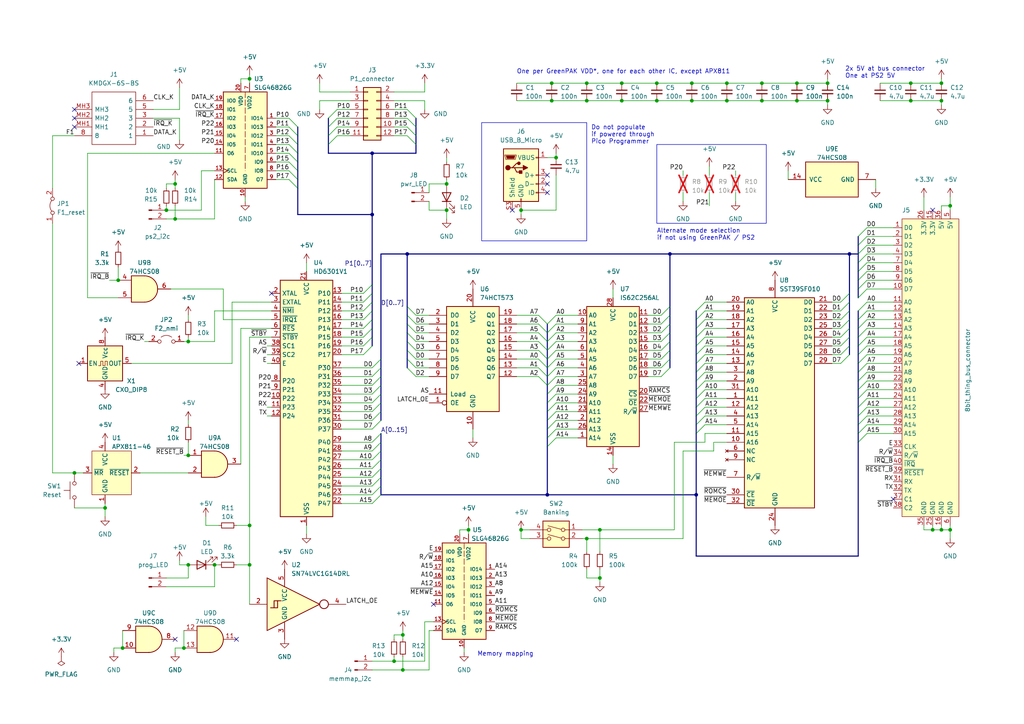
<source format=kicad_sch>
(kicad_sch (version 20230121) (generator eeschema)
  (paper "A4")
  (junction (at 200.66 29.21))
  (junction (at 231.14 24.13))
  (junction (at 107.95 44.45))
  (junction (at 275.59 59.69))
  (junction (at 273.05 24.13))
  (junction (at 158.75 143.51))
  (junction (at 220.98 29.21))
  (junction (at 116.84 194.31))
  (junction (at 160.02 24.13))
  (junction (at 240.03 29.21))
  (junction (at 264.16 24.13))
  (junction (at 170.18 24.13))
  (junction (at 35.56 187.96))
  (junction (at 48.26 60.96))
  (junction (at 194.31 73.66))
  (junction (at 54.61 163.83))
  (junction (at 50.8 63.5))
  (junction (at 180.34 29.21))
  (junction (at 275.59 153.67))
  (junction (at 53.34 187.96))
  (junction (at 118.11 73.66))
  (junction (at 170.18 156.21))
  (junction (at 190.5 24.13))
  (junction (at 107.95 62.23))
  (junction (at 161.29 45.72))
  (junction (at 151.13 60.96))
  (junction (at 34.29 81.28))
  (junction (at 129.54 53.34))
  (junction (at 273.05 153.67))
  (junction (at 135.89 153.67))
  (junction (at 116.84 184.15))
  (junction (at 246.38 73.66))
  (junction (at 210.82 24.13))
  (junction (at 220.98 24.13))
  (junction (at 173.99 167.64))
  (junction (at 180.34 24.13))
  (junction (at 50.8 53.34))
  (junction (at 270.51 153.67))
  (junction (at 231.14 29.21))
  (junction (at 190.5 29.21))
  (junction (at 173.99 153.67))
  (junction (at 54.61 99.06))
  (junction (at 72.39 22.86))
  (junction (at 114.3 191.77))
  (junction (at 170.18 29.21))
  (junction (at 72.39 163.83))
  (junction (at 160.02 29.21))
  (junction (at 273.05 29.21))
  (junction (at 151.13 153.67))
  (junction (at 72.39 152.4))
  (junction (at 210.82 29.21))
  (junction (at 62.23 163.83))
  (junction (at 200.66 24.13))
  (junction (at 129.54 60.96))
  (junction (at 21.59 137.16))
  (junction (at 264.16 29.21))
  (junction (at 30.48 147.32))
  (junction (at 240.03 24.13))
  (junction (at 54.61 132.08))
  (junction (at 201.93 143.51))
  (no_connect (at 259.08 144.78))
  (no_connect (at 158.75 50.8))
  (no_connect (at 158.75 55.88))
  (no_connect (at 125.73 175.26))
  (no_connect (at 21.59 36.83))
  (no_connect (at 158.75 53.34))
  (no_connect (at 22.86 105.41))
  (no_connect (at 68.58 185.42))
  (no_connect (at 78.74 85.09))
  (no_connect (at 148.59 60.96))
  (no_connect (at 270.51 60.96))
  (no_connect (at 21.59 34.29))
  (no_connect (at 50.8 185.42))
  (no_connect (at 21.59 31.75))
  (bus_entry (at 156.21 106.68) (size 2.54 2.54))
  (bus_entry (at 251.46 90.17) (size -2.54 2.54))
  (bus_entry (at 251.46 125.73) (size -2.54 2.54))
  (bus_entry (at 201.93 107.95) (size 2.54 -2.54))
  (bus_entry (at 251.46 102.87) (size -2.54 2.54))
  (bus_entry (at 107.95 143.51) (size 2.54 -2.54))
  (bus_entry (at 107.95 82.55) (size -2.54 2.54))
  (bus_entry (at 86.36 41.91) (size -2.54 -2.54))
  (bus_entry (at 86.36 54.61) (size -2.54 -2.54))
  (bus_entry (at 95.25 39.37) (size 2.54 -2.54))
  (bus_entry (at 161.29 114.3) (size -2.54 2.54))
  (bus_entry (at 194.31 101.6) (size -2.54 2.54))
  (bus_entry (at 158.75 111.76) (size -2.54 -2.54))
  (bus_entry (at 161.29 93.98) (size -2.54 2.54))
  (bus_entry (at 248.92 68.58) (size 2.54 -2.54))
  (bus_entry (at 251.46 118.11) (size -2.54 2.54))
  (bus_entry (at 251.46 92.71) (size -2.54 2.54))
  (bus_entry (at 204.47 113.03) (size -2.54 2.54))
  (bus_entry (at 95.25 34.29) (size 2.54 -2.54))
  (bus_entry (at 118.11 96.52) (size 2.54 2.54))
  (bus_entry (at 194.31 93.98) (size -2.54 2.54))
  (bus_entry (at 248.92 86.36) (size 2.54 -2.54))
  (bus_entry (at 204.47 87.63) (size -2.54 2.54))
  (bus_entry (at 110.49 121.92) (size -2.54 2.54))
  (bus_entry (at 204.47 95.25) (size -2.54 2.54))
  (bus_entry (at 246.38 87.63) (size -2.54 2.54))
  (bus_entry (at 110.49 111.76) (size -2.54 2.54))
  (bus_entry (at 156.21 99.06) (size 2.54 2.54))
  (bus_entry (at 118.11 88.9) (size 2.54 2.54))
  (bus_entry (at 246.38 90.17) (size -2.54 2.54))
  (bus_entry (at 156.21 96.52) (size 2.54 2.54))
  (bus_entry (at 204.47 118.11) (size -2.54 2.54))
  (bus_entry (at 161.29 106.68) (size -2.54 2.54))
  (bus_entry (at 246.38 92.71) (size -2.54 2.54))
  (bus_entry (at 86.36 36.83) (size -2.54 -2.54))
  (bus_entry (at 204.47 92.71) (size -2.54 2.54))
  (bus_entry (at 110.49 109.22) (size -2.54 2.54))
  (bus_entry (at 248.92 78.74) (size 2.54 -2.54))
  (bus_entry (at 110.49 104.14) (size -2.54 2.54))
  (bus_entry (at 161.29 124.46) (size -2.54 2.54))
  (bus_entry (at 161.29 96.52) (size -2.54 2.54))
  (bus_entry (at 161.29 127) (size -2.54 2.54))
  (bus_entry (at 251.46 87.63) (size -2.54 2.54))
  (bus_entry (at 107.95 133.35) (size 2.54 -2.54))
  (bus_entry (at 204.47 90.17) (size -2.54 2.54))
  (bus_entry (at 107.95 100.33) (size -2.54 2.54))
  (bus_entry (at 110.49 116.84) (size -2.54 2.54))
  (bus_entry (at 118.11 106.68) (size 2.54 2.54))
  (bus_entry (at 246.38 100.33) (size -2.54 2.54))
  (bus_entry (at 248.92 76.2) (size 2.54 -2.54))
  (bus_entry (at 107.95 140.97) (size 2.54 -2.54))
  (bus_entry (at 158.75 111.76) (size 2.54 -2.54))
  (bus_entry (at 120.65 39.37) (size -2.54 -2.54))
  (bus_entry (at 107.95 130.81) (size 2.54 -2.54))
  (bus_entry (at 107.95 95.25) (size -2.54 2.54))
  (bus_entry (at 156.21 104.14) (size 2.54 2.54))
  (bus_entry (at 161.29 104.14) (size -2.54 2.54))
  (bus_entry (at 251.46 113.03) (size -2.54 2.54))
  (bus_entry (at 161.29 111.76) (size -2.54 2.54))
  (bus_entry (at 120.65 41.91) (size -2.54 -2.54))
  (bus_entry (at 118.11 99.06) (size 2.54 2.54))
  (bus_entry (at 86.36 49.53) (size -2.54 -2.54))
  (bus_entry (at 95.25 41.91) (size 2.54 -2.54))
  (bus_entry (at 251.46 123.19) (size -2.54 2.54))
  (bus_entry (at 251.46 120.65) (size -2.54 2.54))
  (bus_entry (at 194.31 88.9) (size -2.54 2.54))
  (bus_entry (at 194.31 99.06) (size -2.54 2.54))
  (bus_entry (at 156.21 91.44) (size 2.54 2.54))
  (bus_entry (at 248.92 107.95) (size 2.54 -2.54))
  (bus_entry (at 161.29 119.38) (size -2.54 2.54))
  (bus_entry (at 204.47 102.87) (size -2.54 2.54))
  (bus_entry (at 204.47 107.95) (size -2.54 2.54))
  (bus_entry (at 107.95 97.79) (size -2.54 2.54))
  (bus_entry (at 161.29 91.44) (size -2.54 2.54))
  (bus_entry (at 204.47 123.19) (size -2.54 2.54))
  (bus_entry (at 120.65 34.29) (size -2.54 -2.54))
  (bus_entry (at 204.47 100.33) (size -2.54 2.54))
  (bus_entry (at 107.95 146.05) (size 2.54 -2.54))
  (bus_entry (at 161.29 99.06) (size -2.54 2.54))
  (bus_entry (at 248.92 83.82) (size 2.54 -2.54))
  (bus_entry (at 204.47 115.57) (size -2.54 2.54))
  (bus_entry (at 120.65 36.83) (size -2.54 -2.54))
  (bus_entry (at 86.36 52.07) (size -2.54 -2.54))
  (bus_entry (at 161.29 101.6) (size -2.54 2.54))
  (bus_entry (at 118.11 104.14) (size 2.54 2.54))
  (bus_entry (at 251.46 110.49) (size -2.54 2.54))
  (bus_entry (at 86.36 46.99) (size -2.54 -2.54))
  (bus_entry (at 246.38 85.09) (size -2.54 2.54))
  (bus_entry (at 107.95 87.63) (size -2.54 2.54))
  (bus_entry (at 251.46 97.79) (size -2.54 2.54))
  (bus_entry (at 110.49 114.3) (size -2.54 2.54))
  (bus_entry (at 110.49 106.68) (size -2.54 2.54))
  (bus_entry (at 251.46 100.33) (size -2.54 2.54))
  (bus_entry (at 161.29 116.84) (size -2.54 2.54))
  (bus_entry (at 107.95 85.09) (size -2.54 2.54))
  (bus_entry (at 118.11 91.44) (size 2.54 2.54))
  (bus_entry (at 194.31 104.14) (size -2.54 2.54))
  (bus_entry (at 194.31 96.52) (size -2.54 2.54))
  (bus_entry (at 246.38 97.79) (size -2.54 2.54))
  (bus_entry (at 251.46 115.57) (size -2.54 2.54))
  (bus_entry (at 110.49 119.38) (size -2.54 2.54))
  (bus_entry (at 204.47 97.79) (size -2.54 2.54))
  (bus_entry (at 86.36 44.45) (size -2.54 -2.54))
  (bus_entry (at 246.38 95.25) (size -2.54 2.54))
  (bus_entry (at 204.47 120.65) (size -2.54 2.54))
  (bus_entry (at 107.95 138.43) (size 2.54 -2.54))
  (bus_entry (at 194.31 91.44) (size -2.54 2.54))
  (bus_entry (at 156.21 93.98) (size 2.54 2.54))
  (bus_entry (at 107.95 92.71) (size -2.54 2.54))
  (bus_entry (at 95.25 36.83) (size 2.54 -2.54))
  (bus_entry (at 204.47 110.49) (size -2.54 2.54))
  (bus_entry (at 86.36 39.37) (size -2.54 -2.54))
  (bus_entry (at 156.21 101.6) (size 2.54 2.54))
  (bus_entry (at 251.46 95.25) (size -2.54 2.54))
  (bus_entry (at 161.29 121.92) (size -2.54 2.54))
  (bus_entry (at 246.38 102.87) (size -2.54 2.54))
  (bus_entry (at 118.11 93.98) (size 2.54 2.54))
  (bus_entry (at 248.92 71.12) (size 2.54 -2.54))
  (bus_entry (at 248.92 81.28) (size 2.54 -2.54))
  (bus_entry (at 118.11 101.6) (size 2.54 2.54))
  (bus_entry (at 251.46 107.95) (size -2.54 2.54))
  (bus_entry (at 194.31 106.68) (size -2.54 2.54))
  (bus_entry (at 107.95 128.27) (size 2.54 -2.54))
  (bus_entry (at 248.92 73.66) (size 2.54 -2.54))
  (bus_entry (at 107.95 135.89) (size 2.54 -2.54))
  (bus_entry (at 107.95 90.17) (size -2.54 2.54))
  (wire (pts (xy 210.82 29.21) (xy 220.98 29.21)))
  (bus (pts (xy 158.75 109.22) (xy 158.75 106.68)))
  (wire (pts (xy 167.64 104.14) (xy 161.29 104.14)))
  (wire (pts (xy 69.85 134.62) (xy 69.85 95.25)))
  (bus (pts (xy 158.75 114.3) (xy 158.75 116.84)))
  (wire (pts (xy 241.3 95.25) (xy 243.84 95.25)))
  (bus (pts (xy 201.93 107.95) (xy 201.93 110.49)))
  (wire (pts (xy 259.08 110.49) (xy 251.46 110.49)))
  (wire (pts (xy 114.3 26.67) (xy 123.19 26.67)))
  (wire (pts (xy 72.39 22.86) (xy 72.39 24.13)))
  (wire (pts (xy 151.13 60.96) (xy 161.29 60.96)))
  (wire (pts (xy 123.19 180.34) (xy 125.73 180.34)))
  (wire (pts (xy 228.6 49.53) (xy 228.6 52.07)))
  (wire (pts (xy 273.05 59.69) (xy 273.05 60.96)))
  (bus (pts (xy 118.11 88.9) (xy 118.11 91.44)))
  (bus (pts (xy 201.93 113.03) (xy 201.93 115.57)))
  (wire (pts (xy 83.82 49.53) (xy 80.01 49.53)))
  (bus (pts (xy 110.49 125.73) (xy 110.49 128.27)))
  (wire (pts (xy 167.64 119.38) (xy 161.29 119.38)))
  (wire (pts (xy 123.19 29.21) (xy 123.19 31.75)))
  (wire (pts (xy 99.06 138.43) (xy 107.95 138.43)))
  (wire (pts (xy 114.3 190.5) (xy 114.3 191.77)))
  (wire (pts (xy 204.47 125.73) (xy 204.47 128.27)))
  (bus (pts (xy 110.49 104.14) (xy 110.49 106.68)))
  (bus (pts (xy 248.92 83.82) (xy 248.92 81.28)))
  (wire (pts (xy 210.82 97.79) (xy 204.47 97.79)))
  (wire (pts (xy 15.24 39.37) (xy 15.24 54.61)))
  (wire (pts (xy 167.64 121.92) (xy 161.29 121.92)))
  (wire (pts (xy 251.46 78.74) (xy 259.08 78.74)))
  (wire (pts (xy 123.19 191.77) (xy 123.19 180.34)))
  (bus (pts (xy 110.49 106.68) (xy 110.49 109.22)))
  (bus (pts (xy 248.92 118.11) (xy 248.92 120.65)))
  (wire (pts (xy 187.96 96.52) (xy 191.77 96.52)))
  (wire (pts (xy 255.27 24.13) (xy 264.16 24.13)))
  (bus (pts (xy 120.65 39.37) (xy 120.65 41.91)))
  (wire (pts (xy 44.45 31.75) (xy 52.07 31.75)))
  (wire (pts (xy 254 54.61) (xy 254 52.07)))
  (wire (pts (xy 118.11 39.37) (xy 114.3 39.37)))
  (wire (pts (xy 167.64 111.76) (xy 161.29 111.76)))
  (wire (pts (xy 241.3 100.33) (xy 243.84 100.33)))
  (wire (pts (xy 53.34 132.08) (xy 54.61 132.08)))
  (bus (pts (xy 86.36 41.91) (xy 86.36 39.37)))
  (wire (pts (xy 54.61 132.08) (xy 54.61 128.27)))
  (wire (pts (xy 170.18 167.64) (xy 173.99 167.64)))
  (wire (pts (xy 198.12 49.53) (xy 198.12 50.8)))
  (wire (pts (xy 54.61 167.64) (xy 54.61 163.83)))
  (bus (pts (xy 246.38 100.33) (xy 246.38 102.87)))
  (wire (pts (xy 48.26 167.64) (xy 54.61 167.64)))
  (wire (pts (xy 99.06 130.81) (xy 107.95 130.81)))
  (wire (pts (xy 270.51 153.67) (xy 273.05 153.67)))
  (wire (pts (xy 33.02 189.23) (xy 33.02 187.96)))
  (bus (pts (xy 201.93 100.33) (xy 201.93 97.79)))
  (wire (pts (xy 149.86 99.06) (xy 156.21 99.06)))
  (bus (pts (xy 95.25 34.29) (xy 95.25 36.83)))
  (wire (pts (xy 167.64 127) (xy 161.29 127)))
  (wire (pts (xy 33.02 187.96) (xy 35.56 187.96)))
  (wire (pts (xy 21.59 137.16) (xy 24.13 137.16)))
  (wire (pts (xy 83.82 36.83) (xy 80.01 36.83)))
  (bus (pts (xy 246.38 95.25) (xy 246.38 97.79)))
  (bus (pts (xy 248.92 102.87) (xy 248.92 100.33)))
  (wire (pts (xy 99.06 114.3) (xy 107.95 114.3)))
  (wire (pts (xy 120.65 93.98) (xy 124.46 93.98)))
  (bus (pts (xy 248.92 81.28) (xy 248.92 78.74)))
  (wire (pts (xy 205.74 48.26) (xy 205.74 50.8)))
  (bus (pts (xy 118.11 99.06) (xy 118.11 101.6)))
  (bus (pts (xy 248.92 78.74) (xy 248.92 76.2)))
  (wire (pts (xy 210.82 95.25) (xy 204.47 95.25)))
  (wire (pts (xy 149.86 96.52) (xy 156.21 96.52)))
  (wire (pts (xy 62.23 163.83) (xy 63.5 163.83)))
  (wire (pts (xy 69.85 24.13) (xy 69.85 22.86)))
  (wire (pts (xy 151.13 153.67) (xy 153.67 153.67)))
  (wire (pts (xy 124.46 194.31) (xy 124.46 182.88)))
  (wire (pts (xy 241.3 102.87) (xy 243.84 102.87)))
  (wire (pts (xy 40.64 137.16) (xy 54.61 137.16)))
  (bus (pts (xy 110.49 138.43) (xy 110.49 140.97)))
  (wire (pts (xy 170.18 160.02) (xy 170.18 156.21)))
  (wire (pts (xy 92.71 26.67) (xy 101.6 26.67)))
  (wire (pts (xy 64.77 83.82) (xy 64.77 92.71)))
  (wire (pts (xy 77.47 118.11) (xy 78.74 118.11)))
  (bus (pts (xy 201.93 143.51) (xy 201.93 161.29)))
  (wire (pts (xy 118.11 34.29) (xy 114.3 34.29)))
  (wire (pts (xy 264.16 29.21) (xy 273.05 29.21)))
  (wire (pts (xy 116.84 194.31) (xy 124.46 194.31)))
  (wire (pts (xy 210.82 110.49) (xy 204.47 110.49)))
  (wire (pts (xy 170.18 156.21) (xy 198.12 156.21)))
  (wire (pts (xy 190.5 24.13) (xy 200.66 24.13)))
  (wire (pts (xy 180.34 24.13) (xy 190.5 24.13)))
  (wire (pts (xy 15.24 64.77) (xy 15.24 137.16)))
  (wire (pts (xy 53.34 182.88) (xy 53.34 187.96)))
  (wire (pts (xy 210.82 128.27) (xy 207.01 128.27)))
  (bus (pts (xy 110.49 116.84) (xy 110.49 119.38)))
  (wire (pts (xy 241.3 90.17) (xy 243.84 90.17)))
  (bus (pts (xy 86.36 54.61) (xy 86.36 52.07)))
  (wire (pts (xy 133.35 154.94) (xy 133.35 153.67)))
  (wire (pts (xy 77.47 100.33) (xy 78.74 100.33)))
  (wire (pts (xy 92.71 29.21) (xy 92.71 31.75)))
  (wire (pts (xy 83.82 39.37) (xy 80.01 39.37)))
  (wire (pts (xy 99.06 111.76) (xy 107.95 111.76)))
  (bus (pts (xy 158.75 129.54) (xy 158.75 143.51)))
  (wire (pts (xy 124.46 53.34) (xy 124.46 55.88)))
  (wire (pts (xy 48.26 53.34) (xy 50.8 53.34)))
  (bus (pts (xy 248.92 100.33) (xy 248.92 97.79)))
  (wire (pts (xy 99.06 135.89) (xy 107.95 135.89)))
  (wire (pts (xy 267.97 57.15) (xy 267.97 60.96)))
  (wire (pts (xy 116.84 190.5) (xy 116.84 194.31)))
  (bus (pts (xy 107.95 92.71) (xy 107.95 95.25)))
  (wire (pts (xy 48.26 54.61) (xy 48.26 53.34)))
  (wire (pts (xy 251.46 73.66) (xy 259.08 73.66)))
  (wire (pts (xy 48.26 60.96) (xy 58.42 60.96)))
  (wire (pts (xy 129.54 63.5) (xy 129.54 60.96)))
  (wire (pts (xy 149.86 106.68) (xy 156.21 106.68)))
  (wire (pts (xy 15.24 137.16) (xy 21.59 137.16)))
  (wire (pts (xy 161.29 44.45) (xy 161.29 45.72)))
  (wire (pts (xy 213.36 58.42) (xy 213.36 55.88)))
  (wire (pts (xy 129.54 52.07) (xy 129.54 53.34)))
  (wire (pts (xy 251.46 71.12) (xy 259.08 71.12)))
  (wire (pts (xy 160.02 24.13) (xy 170.18 24.13)))
  (bus (pts (xy 248.92 107.95) (xy 248.92 105.41)))
  (bus (pts (xy 201.93 125.73) (xy 201.93 143.51)))
  (wire (pts (xy 129.54 60.96) (xy 124.46 60.96)))
  (wire (pts (xy 99.06 92.71) (xy 105.41 92.71)))
  (wire (pts (xy 114.3 191.77) (xy 123.19 191.77)))
  (bus (pts (xy 86.36 52.07) (xy 86.36 49.53)))
  (wire (pts (xy 149.86 101.6) (xy 156.21 101.6)))
  (wire (pts (xy 255.27 29.21) (xy 264.16 29.21)))
  (bus (pts (xy 95.25 44.45) (xy 95.25 41.91)))
  (wire (pts (xy 124.46 182.88) (xy 125.73 182.88)))
  (wire (pts (xy 210.82 90.17) (xy 204.47 90.17)))
  (bus (pts (xy 110.49 128.27) (xy 110.49 130.81)))
  (wire (pts (xy 198.12 130.81) (xy 198.12 156.21)))
  (wire (pts (xy 99.06 124.46) (xy 107.95 124.46)))
  (bus (pts (xy 110.49 119.38) (xy 110.49 121.92)))
  (wire (pts (xy 259.08 113.03) (xy 251.46 113.03)))
  (bus (pts (xy 201.93 92.71) (xy 201.93 90.17)))
  (wire (pts (xy 120.65 109.22) (xy 124.46 109.22)))
  (bus (pts (xy 201.93 123.19) (xy 201.93 125.73)))
  (wire (pts (xy 67.31 105.41) (xy 38.1 105.41)))
  (wire (pts (xy 264.16 24.13) (xy 273.05 24.13)))
  (wire (pts (xy 129.54 53.34) (xy 124.46 53.34)))
  (wire (pts (xy 220.98 24.13) (xy 231.14 24.13)))
  (wire (pts (xy 77.47 120.65) (xy 78.74 120.65)))
  (wire (pts (xy 259.08 118.11) (xy 251.46 118.11)))
  (wire (pts (xy 35.56 182.88) (xy 35.56 187.96)))
  (wire (pts (xy 259.08 107.95) (xy 251.46 107.95)))
  (wire (pts (xy 241.3 105.41) (xy 243.84 105.41)))
  (bus (pts (xy 248.92 123.19) (xy 248.92 125.73)))
  (wire (pts (xy 54.61 121.92) (xy 54.61 123.19)))
  (wire (pts (xy 50.8 63.5) (xy 62.23 63.5)))
  (wire (pts (xy 149.86 93.98) (xy 156.21 93.98)))
  (wire (pts (xy 62.23 63.5) (xy 62.23 52.07)))
  (bus (pts (xy 110.49 114.3) (xy 110.49 116.84)))
  (wire (pts (xy 200.66 24.13) (xy 210.82 24.13)))
  (wire (pts (xy 54.61 91.44) (xy 54.61 92.71)))
  (bus (pts (xy 248.92 110.49) (xy 248.92 113.03)))
  (wire (pts (xy 41.91 99.06) (xy 43.18 99.06)))
  (wire (pts (xy 116.84 182.88) (xy 116.84 184.15)))
  (wire (pts (xy 62.23 44.45) (xy 25.4 44.45)))
  (bus (pts (xy 118.11 91.44) (xy 118.11 93.98)))
  (wire (pts (xy 54.61 99.06) (xy 62.23 99.06)))
  (bus (pts (xy 246.38 87.63) (xy 246.38 90.17)))
  (wire (pts (xy 275.59 59.69) (xy 275.59 60.96)))
  (bus (pts (xy 201.93 102.87) (xy 201.93 100.33)))
  (bus (pts (xy 118.11 96.52) (xy 118.11 99.06)))
  (wire (pts (xy 99.06 140.97) (xy 107.95 140.97)))
  (wire (pts (xy 267.97 153.67) (xy 270.51 153.67)))
  (wire (pts (xy 99.06 100.33) (xy 105.41 100.33)))
  (wire (pts (xy 168.91 156.21) (xy 170.18 156.21)))
  (wire (pts (xy 251.46 66.04) (xy 259.08 66.04)))
  (wire (pts (xy 52.07 25.4) (xy 52.07 31.75)))
  (wire (pts (xy 275.59 57.15) (xy 275.59 59.69)))
  (wire (pts (xy 99.06 106.68) (xy 107.95 106.68)))
  (wire (pts (xy 48.26 60.96) (xy 48.26 59.69)))
  (wire (pts (xy 67.31 87.63) (xy 67.31 105.41)))
  (bus (pts (xy 107.95 44.45) (xy 120.65 44.45)))
  (wire (pts (xy 170.18 24.13) (xy 180.34 24.13)))
  (wire (pts (xy 83.82 41.91) (xy 80.01 41.91)))
  (wire (pts (xy 97.79 31.75) (xy 101.6 31.75)))
  (wire (pts (xy 149.86 24.13) (xy 160.02 24.13)))
  (bus (pts (xy 107.95 62.23) (xy 107.95 44.45)))
  (bus (pts (xy 95.25 41.91) (xy 95.25 39.37)))
  (wire (pts (xy 54.61 163.83) (xy 52.07 163.83)))
  (wire (pts (xy 99.06 109.22) (xy 107.95 109.22)))
  (wire (pts (xy 120.65 106.68) (xy 124.46 106.68)))
  (wire (pts (xy 62.23 90.17) (xy 78.74 90.17)))
  (wire (pts (xy 68.58 152.4) (xy 72.39 152.4)))
  (wire (pts (xy 167.64 101.6) (xy 161.29 101.6)))
  (bus (pts (xy 248.92 120.65) (xy 248.92 123.19)))
  (wire (pts (xy 88.9 76.2) (xy 88.9 78.74)))
  (bus (pts (xy 201.93 115.57) (xy 201.93 118.11)))
  (wire (pts (xy 149.86 91.44) (xy 156.21 91.44)))
  (bus (pts (xy 194.31 91.44) (xy 194.31 93.98)))
  (wire (pts (xy 97.79 39.37) (xy 101.6 39.37)))
  (bus (pts (xy 194.31 104.14) (xy 194.31 106.68)))
  (wire (pts (xy 83.82 46.99) (xy 80.01 46.99)))
  (wire (pts (xy 259.08 87.63) (xy 251.46 87.63)))
  (bus (pts (xy 120.65 44.45) (xy 120.65 41.91)))
  (wire (pts (xy 72.39 97.79) (xy 72.39 152.4)))
  (wire (pts (xy 88.9 152.4) (xy 88.9 154.94)))
  (bus (pts (xy 110.49 135.89) (xy 110.49 138.43)))
  (bus (pts (xy 158.75 96.52) (xy 158.75 93.98)))
  (wire (pts (xy 167.64 96.52) (xy 161.29 96.52)))
  (bus (pts (xy 86.36 44.45) (xy 86.36 41.91)))
  (wire (pts (xy 160.02 29.21) (xy 170.18 29.21)))
  (wire (pts (xy 53.34 99.06) (xy 54.61 99.06)))
  (wire (pts (xy 118.11 36.83) (xy 114.3 36.83)))
  (wire (pts (xy 64.77 92.71) (xy 78.74 92.71)))
  (bus (pts (xy 194.31 93.98) (xy 194.31 96.52)))
  (wire (pts (xy 99.06 146.05) (xy 107.95 146.05)))
  (bus (pts (xy 118.11 73.66) (xy 194.31 73.66)))
  (wire (pts (xy 173.99 160.02) (xy 173.99 153.67)))
  (wire (pts (xy 259.08 100.33) (xy 251.46 100.33)))
  (wire (pts (xy 251.46 83.82) (xy 259.08 83.82)))
  (wire (pts (xy 99.06 128.27) (xy 107.95 128.27)))
  (wire (pts (xy 251.46 68.58) (xy 259.08 68.58)))
  (bus (pts (xy 95.25 44.45) (xy 107.95 44.45)))
  (wire (pts (xy 275.59 156.21) (xy 275.59 153.67)))
  (wire (pts (xy 99.06 143.51) (xy 107.95 143.51)))
  (bus (pts (xy 248.92 105.41) (xy 248.92 102.87)))
  (wire (pts (xy 251.46 81.28) (xy 259.08 81.28)))
  (bus (pts (xy 158.75 106.68) (xy 158.75 104.14)))
  (wire (pts (xy 25.4 86.36) (xy 34.29 86.36)))
  (bus (pts (xy 248.92 113.03) (xy 248.92 115.57)))
  (bus (pts (xy 248.92 161.29) (xy 248.92 128.27)))
  (wire (pts (xy 135.89 152.4) (xy 135.89 153.67)))
  (wire (pts (xy 195.58 128.27) (xy 195.58 153.67)))
  (bus (pts (xy 194.31 88.9) (xy 194.31 91.44)))
  (wire (pts (xy 137.16 124.46) (xy 137.16 127)))
  (wire (pts (xy 101.6 29.21) (xy 92.71 29.21)))
  (wire (pts (xy 187.96 106.68) (xy 191.77 106.68)))
  (wire (pts (xy 200.66 29.21) (xy 210.82 29.21)))
  (bus (pts (xy 110.49 109.22) (xy 110.49 111.76)))
  (wire (pts (xy 99.06 85.09) (xy 105.41 85.09)))
  (wire (pts (xy 34.29 77.47) (xy 34.29 81.28)))
  (bus (pts (xy 194.31 99.06) (xy 194.31 101.6)))
  (bus (pts (xy 248.92 86.36) (xy 248.92 83.82)))
  (bus (pts (xy 201.93 110.49) (xy 201.93 113.03)))
  (wire (pts (xy 180.34 29.21) (xy 190.5 29.21)))
  (wire (pts (xy 63.5 152.4) (xy 59.69 152.4)))
  (wire (pts (xy 158.75 45.72) (xy 161.29 45.72)))
  (wire (pts (xy 198.12 58.42) (xy 198.12 55.88)))
  (bus (pts (xy 246.38 85.09) (xy 246.38 87.63)))
  (bus (pts (xy 110.49 73.66) (xy 118.11 73.66)))
  (wire (pts (xy 210.82 115.57) (xy 204.47 115.57)))
  (wire (pts (xy 187.96 91.44) (xy 191.77 91.44)))
  (bus (pts (xy 110.49 73.66) (xy 110.49 104.14)))
  (wire (pts (xy 149.86 104.14) (xy 156.21 104.14)))
  (wire (pts (xy 114.3 184.15) (xy 116.84 184.15)))
  (wire (pts (xy 210.82 107.95) (xy 204.47 107.95)))
  (wire (pts (xy 78.74 87.63) (xy 67.31 87.63)))
  (wire (pts (xy 173.99 167.64) (xy 173.99 165.1)))
  (wire (pts (xy 62.23 170.18) (xy 48.26 170.18)))
  (wire (pts (xy 259.08 92.71) (xy 251.46 92.71)))
  (bus (pts (xy 118.11 101.6) (xy 118.11 104.14)))
  (wire (pts (xy 114.3 29.21) (xy 123.19 29.21)))
  (wire (pts (xy 99.06 116.84) (xy 107.95 116.84)))
  (wire (pts (xy 149.86 109.22) (xy 156.21 109.22)))
  (bus (pts (xy 107.95 97.79) (xy 107.95 100.33)))
  (bus (pts (xy 194.31 101.6) (xy 194.31 104.14)))
  (wire (pts (xy 99.06 119.38) (xy 107.95 119.38)))
  (wire (pts (xy 251.46 76.2) (xy 259.08 76.2)))
  (bus (pts (xy 120.65 34.29) (xy 120.65 36.83)))
  (wire (pts (xy 190.5 29.21) (xy 200.66 29.21)))
  (wire (pts (xy 58.42 49.53) (xy 62.23 49.53)))
  (wire (pts (xy 97.79 34.29) (xy 101.6 34.29)))
  (wire (pts (xy 275.59 59.69) (xy 273.05 59.69)))
  (wire (pts (xy 120.65 99.06) (xy 124.46 99.06)))
  (bus (pts (xy 194.31 73.66) (xy 246.38 73.66)))
  (wire (pts (xy 173.99 153.67) (xy 168.91 153.67)))
  (wire (pts (xy 99.06 90.17) (xy 105.41 90.17)))
  (bus (pts (xy 194.31 73.66) (xy 194.31 88.9)))
  (wire (pts (xy 134.62 187.96) (xy 134.62 189.23)))
  (bus (pts (xy 248.92 97.79) (xy 248.92 95.25)))
  (wire (pts (xy 210.82 102.87) (xy 204.47 102.87)))
  (bus (pts (xy 158.75 119.38) (xy 158.75 121.92)))
  (wire (pts (xy 259.08 95.25) (xy 251.46 95.25)))
  (wire (pts (xy 259.08 120.65) (xy 251.46 120.65)))
  (wire (pts (xy 273.05 153.67) (xy 275.59 153.67)))
  (bus (pts (xy 86.36 39.37) (xy 86.36 36.83)))
  (bus (pts (xy 248.92 115.57) (xy 248.92 118.11)))
  (bus (pts (xy 246.38 92.71) (xy 246.38 95.25)))
  (wire (pts (xy 50.8 189.23) (xy 50.8 187.96)))
  (bus (pts (xy 118.11 93.98) (xy 118.11 96.52)))
  (wire (pts (xy 72.39 152.4) (xy 72.39 163.83)))
  (wire (pts (xy 210.82 100.33) (xy 204.47 100.33)))
  (bus (pts (xy 86.36 46.99) (xy 86.36 44.45)))
  (bus (pts (xy 248.92 92.71) (xy 248.92 90.17)))
  (wire (pts (xy 97.79 36.83) (xy 101.6 36.83)))
  (wire (pts (xy 195.58 153.67) (xy 173.99 153.67)))
  (wire (pts (xy 99.06 133.35) (xy 107.95 133.35)))
  (wire (pts (xy 259.08 105.41) (xy 251.46 105.41)))
  (wire (pts (xy 167.64 91.44) (xy 161.29 91.44)))
  (wire (pts (xy 213.36 49.53) (xy 213.36 50.8)))
  (bus (pts (xy 107.95 82.55) (xy 107.95 85.09)))
  (wire (pts (xy 21.59 39.37) (xy 15.24 39.37)))
  (wire (pts (xy 120.65 96.52) (xy 124.46 96.52)))
  (wire (pts (xy 151.13 156.21) (xy 153.67 156.21)))
  (wire (pts (xy 25.4 44.45) (xy 25.4 86.36)))
  (wire (pts (xy 273.05 29.21) (xy 273.05 30.48)))
  (bus (pts (xy 246.38 90.17) (xy 246.38 92.71)))
  (wire (pts (xy 133.35 153.67) (xy 135.89 153.67)))
  (bus (pts (xy 120.65 39.37) (xy 120.65 36.83)))
  (wire (pts (xy 72.39 21.59) (xy 72.39 22.86)))
  (wire (pts (xy 241.3 87.63) (xy 243.84 87.63)))
  (bus (pts (xy 107.95 87.63) (xy 107.95 90.17)))
  (bus (pts (xy 246.38 97.79) (xy 246.38 100.33)))
  (wire (pts (xy 120.65 91.44) (xy 124.46 91.44)))
  (wire (pts (xy 107.95 194.31) (xy 116.84 194.31)))
  (wire (pts (xy 83.82 44.45) (xy 80.01 44.45)))
  (wire (pts (xy 72.39 97.79) (xy 78.74 97.79)))
  (wire (pts (xy 207.01 128.27) (xy 207.01 130.81)))
  (wire (pts (xy 52.07 34.29) (xy 52.07 40.64)))
  (bus (pts (xy 158.75 127) (xy 158.75 129.54)))
  (bus (pts (xy 201.93 105.41) (xy 201.93 102.87)))
  (wire (pts (xy 54.61 97.79) (xy 54.61 99.06)))
  (wire (pts (xy 267.97 152.4) (xy 267.97 153.67)))
  (wire (pts (xy 68.58 163.83) (xy 72.39 163.83)))
  (bus (pts (xy 248.92 95.25) (xy 248.92 92.71)))
  (wire (pts (xy 123.19 26.67) (xy 123.19 24.13)))
  (bus (pts (xy 158.75 111.76) (xy 158.75 109.22)))
  (wire (pts (xy 210.82 105.41) (xy 204.47 105.41)))
  (bus (pts (xy 107.95 90.17) (xy 107.95 92.71)))
  (wire (pts (xy 167.64 114.3) (xy 161.29 114.3)))
  (bus (pts (xy 158.75 104.14) (xy 158.75 101.6)))
  (wire (pts (xy 50.8 53.34) (xy 50.8 54.61)))
  (bus (pts (xy 95.25 39.37) (xy 95.25 36.83)))
  (bus (pts (xy 201.93 107.95) (xy 201.93 105.41)))
  (wire (pts (xy 240.03 30.48) (xy 240.03 29.21)))
  (bus (pts (xy 158.75 101.6) (xy 158.75 99.06)))
  (wire (pts (xy 187.96 104.14) (xy 191.77 104.14)))
  (bus (pts (xy 158.75 116.84) (xy 158.75 119.38)))
  (wire (pts (xy 50.8 52.07) (xy 50.8 53.34)))
  (wire (pts (xy 273.05 152.4) (xy 273.05 153.67)))
  (wire (pts (xy 49.53 83.82) (xy 64.77 83.82)))
  (wire (pts (xy 151.13 153.67) (xy 151.13 156.21)))
  (bus (pts (xy 248.92 107.95) (xy 248.92 110.49)))
  (bus (pts (xy 107.95 82.55) (xy 107.95 62.23)))
  (wire (pts (xy 210.82 123.19) (xy 204.47 123.19)))
  (bus (pts (xy 107.95 95.25) (xy 107.95 97.79)))
  (wire (pts (xy 210.82 118.11) (xy 204.47 118.11)))
  (wire (pts (xy 240.03 24.13) (xy 231.14 24.13)))
  (bus (pts (xy 201.93 161.29) (xy 248.92 161.29)))
  (bus (pts (xy 158.75 124.46) (xy 158.75 127)))
  (wire (pts (xy 187.96 93.98) (xy 191.77 93.98)))
  (wire (pts (xy 72.39 163.83) (xy 72.39 175.26)))
  (wire (pts (xy 210.82 120.65) (xy 204.47 120.65)))
  (wire (pts (xy 31.75 81.28) (xy 34.29 81.28)))
  (bus (pts (xy 248.92 73.66) (xy 248.92 71.12)))
  (wire (pts (xy 187.96 99.06) (xy 191.77 99.06)))
  (wire (pts (xy 149.86 29.21) (xy 160.02 29.21)))
  (wire (pts (xy 99.06 87.63) (xy 105.41 87.63)))
  (wire (pts (xy 120.65 104.14) (xy 124.46 104.14)))
  (bus (pts (xy 194.31 96.52) (xy 194.31 99.06)))
  (wire (pts (xy 30.48 149.86) (xy 30.48 147.32)))
  (wire (pts (xy 30.48 147.32) (xy 30.48 146.05)))
  (wire (pts (xy 52.07 163.83) (xy 52.07 162.56)))
  (wire (pts (xy 273.05 22.86) (xy 273.05 24.13)))
  (wire (pts (xy 259.08 125.73) (xy 251.46 125.73)))
  (wire (pts (xy 107.95 191.77) (xy 114.3 191.77)))
  (wire (pts (xy 167.64 124.46) (xy 161.29 124.46)))
  (bus (pts (xy 158.75 111.76) (xy 158.75 114.3)))
  (wire (pts (xy 99.06 95.25) (xy 105.41 95.25)))
  (wire (pts (xy 205.74 59.69) (xy 205.74 55.88)))
  (wire (pts (xy 170.18 165.1) (xy 170.18 167.64)))
  (wire (pts (xy 210.82 92.71) (xy 204.47 92.71)))
  (wire (pts (xy 161.29 60.96) (xy 161.29 50.8)))
  (wire (pts (xy 83.82 52.07) (xy 80.01 52.07)))
  (wire (pts (xy 58.42 60.96) (xy 58.42 49.53)))
  (wire (pts (xy 210.82 113.03) (xy 204.47 113.03)))
  (wire (pts (xy 259.08 97.79) (xy 251.46 97.79)))
  (wire (pts (xy 259.08 102.87) (xy 251.46 102.87)))
  (wire (pts (xy 241.3 92.71) (xy 243.84 92.71)))
  (wire (pts (xy 240.03 22.86) (xy 240.03 24.13)))
  (wire (pts (xy 77.47 102.87) (xy 78.74 102.87)))
  (wire (pts (xy 69.85 22.86) (xy 72.39 22.86)))
  (wire (pts (xy 167.64 93.98) (xy 161.29 93.98)))
  (wire (pts (xy 275.59 152.4) (xy 275.59 153.67)))
  (wire (pts (xy 177.8 83.82) (xy 177.8 86.36)))
  (wire (pts (xy 69.85 95.25) (xy 78.74 95.25)))
  (bus (pts (xy 86.36 49.53) (xy 86.36 46.99)))
  (bus (pts (xy 201.93 95.25) (xy 201.93 92.71)))
  (wire (pts (xy 170.18 29.21) (xy 180.34 29.21)))
  (wire (pts (xy 62.23 99.06) (xy 62.23 90.17)))
  (wire (pts (xy 118.11 31.75) (xy 114.3 31.75)))
  (wire (pts (xy 116.84 184.15) (xy 116.84 185.42)))
  (wire (pts (xy 124.46 60.96) (xy 124.46 58.42)))
  (wire (pts (xy 259.08 123.19) (xy 251.46 123.19)))
  (bus (pts (xy 110.49 130.81) (xy 110.49 133.35)))
  (wire (pts (xy 83.82 34.29) (xy 80.01 34.29)))
  (bus (pts (xy 246.38 73.66) (xy 246.38 85.09)))
  (wire (pts (xy 62.23 163.83) (xy 62.23 170.18)))
  (wire (pts (xy 204.47 128.27) (xy 195.58 128.27)))
  (wire (pts (xy 77.47 105.41) (xy 78.74 105.41)))
  (wire (pts (xy 220.98 29.21) (xy 231.14 29.21)))
  (wire (pts (xy 167.64 116.84) (xy 161.29 116.84)))
  (wire (pts (xy 129.54 45.72) (xy 129.54 46.99)))
  (bus (pts (xy 248.92 71.12) (xy 248.92 68.58)))
  (wire (pts (xy 59.69 149.86) (xy 59.69 152.4)))
  (bus (pts (xy 201.93 118.11) (xy 201.93 120.65)))
  (bus (pts (xy 86.36 62.23) (xy 107.95 62.23)))
  (wire (pts (xy 114.3 185.42) (xy 114.3 184.15)))
  (wire (pts (xy 99.06 97.79) (xy 105.41 97.79)))
  (wire (pts (xy 207.01 130.81) (xy 198.12 130.81)))
  (bus (pts (xy 86.36 54.61) (xy 86.36 62.23)))
  (bus (pts (xy 110.49 133.35) (xy 110.49 135.89)))
  (wire (pts (xy 210.82 87.63) (xy 204.47 87.63)))
  (wire (pts (xy 135.89 153.67) (xy 135.89 154.94)))
  (wire (pts (xy 71.12 58.42) (xy 71.12 57.15)))
  (wire (pts (xy 48.26 63.5) (xy 50.8 63.5)))
  (bus (pts (xy 201.93 97.79) (xy 201.93 95.25)))
  (wire (pts (xy 173.99 168.91) (xy 173.99 167.64)))
  (wire (pts (xy 92.71 24.13) (xy 92.71 26.67)))
  (wire (pts (xy 151.13 62.23) (xy 151.13 60.96)))
  (wire (pts (xy 167.64 106.68) (xy 161.29 106.68)))
  (wire (pts (xy 187.96 109.22) (xy 191.77 109.22)))
  (wire (pts (xy 259.08 90.17) (xy 251.46 90.17)))
  (bus (pts (xy 248.92 128.27) (xy 248.92 125.73)))
  (bus (pts (xy 107.95 85.09) (xy 107.95 87.63)))
  (wire (pts (xy 50.8 187.96) (xy 53.34 187.96)))
  (bus (pts (xy 110.49 111.76) (xy 110.49 114.3)))
  (wire (pts (xy 21.59 147.32) (xy 30.48 147.32)))
  (bus (pts (xy 118.11 73.66) (xy 118.11 88.9)))
  (wire (pts (xy 259.08 115.57) (xy 251.46 115.57)))
  (bus (pts (xy 110.49 140.97) (xy 110.49 143.51)))
  (wire (pts (xy 210.82 24.13) (xy 220.98 24.13)))
  (wire (pts (xy 187.96 101.6) (xy 191.77 101.6)))
  (bus (pts (xy 110.49 143.51) (xy 158.75 143.51)))
  (wire (pts (xy 177.8 134.62) (xy 177.8 132.08)))
  (wire (pts (xy 120.65 101.6) (xy 124.46 101.6)))
  (wire (pts (xy 99.06 121.92) (xy 107.95 121.92)))
  (wire (pts (xy 270.51 152.4) (xy 270.51 153.67)))
  (bus (pts (xy 158.75 99.06) (xy 158.75 96.52)))
  (wire (pts (xy 44.45 34.29) (xy 52.07 34.29)))
  (bus (pts (xy 158.75 143.51) (xy 201.93 143.51)))
  (wire (pts (xy 50.8 59.69) (xy 50.8 63.5)))
  (wire (pts (xy 167.64 99.06) (xy 161.29 99.06)))
  (wire (pts (xy 99.06 102.87) (xy 105.41 102.87)))
  (bus (pts (xy 118.11 104.14) (xy 118.11 106.68)))
  (wire (pts (xy 240.03 29.21) (xy 231.14 29.21)))
  (wire (pts (xy 241.3 97.79) (xy 243.84 97.79)))
  (bus (pts (xy 158.75 121.92) (xy 158.75 124.46)))
  (wire (pts (xy 167.64 109.22) (xy 161.29 109.22)))
  (bus (pts (xy 246.38 73.66) (xy 248.92 73.66)))
  (bus (pts (xy 248.92 76.2) (xy 248.92 73.66)))
  (bus (pts (xy 201.93 120.65) (xy 201.93 123.19)))
  (wire (pts (xy 210.82 125.73) (xy 204.47 125.73)))
  (rectangle (start 190.5 41.91) (end 222.25 64.77))
  (rectangle (start 139.7 35.56) (end 170.18 69.85))
  (text "Memory mapping" (at 138.43 190.5 0) (effects (font (size 1.27 1.27)) (justify left bottom)))
  (text "Alternate mode selection\nif not using GreenPAK / PS2" (at 190.5 69.85 0) (effects (font (size 1.27 1.27)) (justify left bottom)))
  (text "Do not populate\nif powered through\nPico Programmer" (at 171.45 41.91 0) (effects (font (size 1.27 1.27)) (justify left bottom)))
  (text "2x 5V at bus connector\nOne at PS2 5V" (at 245.11 22.86 0) (effects (font (size 1.27 1.27)) (justify left bottom)))
  (text "One per GreenPAK VDD*, one for each other IC, except APX811" (at 149.86 21.59 0) (effects (font (size 1.27 1.27)) (justify left bottom)))
  (label "D4" (at 105.41 116.84 0))
  (label "R{slash}~{W}" (at 125.73 162.56 180))
  (label "D7" (at 105.41 124.46 0))
  (label "A0" (at 207.01 87.63 180))
  (label "D2" (at 241.3 92.71 0))
  (label "~{MEMWE}" (at 125.73 172.72 180))
  (label "D[0..7]" (at 110.49 88.9 0))
  (label "A12" (at 251.46 118.11 0))
  (label "A6" (at 254 102.87 180))
  (label "A0" (at 254 87.63 180))
  (label "A8" (at 251.46 107.95 0))
  (label "D4" (at 241.3 97.79 0))
  (label "P22" (at 78.74 115.57 180))
  (label "DATA_K" (at 44.45 39.37 0))
  (label "TX" (at 77.47 120.65 180))
  (label "A1" (at 153.67 106.68 0))
  (label "A10" (at 161.29 116.84 0))
  (label "P20" (at 198.12 49.53 180))
  (label "A5" (at 207.01 100.33 180))
  (label "~{MEMWE}" (at 187.96 119.38 0))
  (label "A8" (at 107.95 128.27 180))
  (label "A14" (at 251.46 123.19 0))
  (label "P12" (at 105.41 90.17 180))
  (label "A11" (at 161.29 119.38 0))
  (label "D2" (at 189.23 96.52 0))
  (label "D5" (at 189.23 104.14 0))
  (label "P10" (at 105.41 85.09 180))
  (label "E" (at 77.47 105.41 180))
  (label "A0" (at 153.67 104.14 0))
  (label "A15" (at 107.95 146.05 180))
  (label "A12" (at 125.73 170.18 180))
  (label "P20" (at 62.23 41.91 180))
  (label "D0" (at 254 66.04 180))
  (label "D6" (at 105.41 121.92 0))
  (label "A10" (at 107.95 133.35 180))
  (label "A2" (at 207.01 92.71 180))
  (label "D3" (at 241.3 95.25 0))
  (label "A5" (at 254 100.33 180))
  (label "D1" (at 105.41 109.22 0))
  (label "A13" (at 204.47 120.65 0))
  (label "F1" (at 21.59 39.37 180))
  (label "A12" (at 107.95 138.43 180))
  (label "P17" (at 80.01 52.07 0))
  (label "D5" (at 254 78.74 180))
  (label "P12" (at 80.01 39.37 0))
  (label "A10" (at 125.73 167.64 180))
  (label "A8" (at 161.29 111.76 0))
  (label "~{RESET_B}" (at 259.08 137.16 180))
  (label "LATCH_OE" (at 124.46 116.84 180))
  (label "P13" (at 80.01 41.91 0))
  (label "A10" (at 204.47 113.03 0))
  (label "A9" (at 143.51 172.72 0))
  (label "A9" (at 251.46 110.49 0))
  (label "A12" (at 204.47 118.11 0))
  (label "A9" (at 161.29 114.3 0))
  (label "RX" (at 259.08 139.7 180))
  (label "A7" (at 153.67 91.44 0))
  (label "D6" (at 254 81.28 180))
  (label "R{slash}~{W}" (at 259.08 132.08 180))
  (label "P21" (at 205.74 59.69 180))
  (label "P22" (at 62.23 36.83 180))
  (label "A14" (at 161.29 127 0))
  (label "D6" (at 123.19 93.98 180))
  (label "A5" (at 153.67 96.52 0))
  (label "A[0..15]" (at 110.49 125.73 0))
  (label "D1" (at 241.3 90.17 0))
  (label "P15" (at 114.3 36.83 0))
  (label "A13" (at 107.95 140.97 180))
  (label "E" (at 125.73 160.02 180))
  (label "D3" (at 254 73.66 180))
  (label "P20" (at 78.74 110.49 180))
  (label "D6" (at 189.23 106.68 0))
  (label "A13" (at 251.46 120.65 0))
  (label "~{IRQ_K}" (at 62.23 34.29 180))
  (label "P22" (at 213.36 49.53 180))
  (label "P15" (at 80.01 46.99 0))
  (label "D2" (at 254 71.12 180))
  (label "D5" (at 241.3 100.33 0))
  (label "~{ROMCS}" (at 210.82 143.51 180))
  (label "A1" (at 254 90.17 180))
  (label "~{MEMOE}" (at 210.82 146.05 180))
  (label "D0" (at 105.41 106.68 0))
  (label "~{STBY}" (at 259.08 147.32 180))
  (label "A3" (at 254 95.25 180))
  (label "A7" (at 207.01 105.41 180))
  (label "P16" (at 101.6 39.37 180))
  (label "A9" (at 204.47 110.49 0))
  (label "A1" (at 207.01 90.17 180))
  (label "RX" (at 77.47 118.11 180))
  (label "P16" (at 80.01 49.53 0))
  (label "~{RAMCS}" (at 187.96 114.3 0))
  (label "P10" (at 101.6 31.75 180))
  (label "D7" (at 189.23 109.22 0))
  (label "A2" (at 163.83 96.52 180))
  (label "A3" (at 207.01 95.25 180))
  (label "D4" (at 254 76.2 180))
  (label "A15" (at 125.73 165.1 180))
  (label "P16" (at 105.41 100.33 180))
  (label "A6" (at 163.83 106.68 180))
  (label "CLK_K" (at 62.23 31.75 180))
  (label "A6" (at 153.67 93.98 0))
  (label "A4" (at 163.83 101.6 180))
  (label "~{STBY}" (at 77.47 97.79 180))
  (label "A3" (at 163.83 99.06 180))
  (label "P14" (at 80.01 44.45 0))
  (label "D4" (at 189.23 101.6 0))
  (label "~{RAMCS}" (at 143.51 182.88 0))
  (label "AS" (at 124.46 114.3 180))
  (label "A4" (at 207.01 97.79 180))
  (label "D2" (at 123.19 109.22 180))
  (label "D5" (at 123.19 96.52 180))
  (label "D7" (at 241.3 105.41 0))
  (label "A4" (at 153.67 99.06 0))
  (label "D3" (at 189.23 99.06 0))
  (label "P14" (at 101.6 36.83 180))
  (label "~{RESET_B}" (at 53.34 132.08 180))
  (label "A14" (at 107.95 143.51 180))
  (label "A7" (at 254 105.41 180))
  (label "D3" (at 123.19 101.6 180))
  (label "D0" (at 123.19 104.14 180))
  (label "P12" (at 101.6 34.29 180))
  (label "P1[0..7]" (at 107.95 77.47 180))
  (label "A9" (at 107.95 130.81 180))
  (label "D7" (at 123.19 91.44 180))
  (label "D6" (at 241.3 102.87 0))
  (label "P11" (at 105.41 87.63 180))
  (label "CLK_K" (at 44.45 29.21 0))
  (label "P15" (at 105.41 97.79 180))
  (label "DATA_K" (at 62.23 29.21 180))
  (label "A13" (at 161.29 124.46 0))
  (label "D5" (at 105.41 119.38 0))
  (label "~{MEMOE}" (at 187.96 116.84 0))
  (label "D0" (at 189.23 91.44 0))
  (label "P11" (at 114.3 31.75 0))
  (label "~{MEMWE}" (at 210.82 138.43 180))
  (label "P14" (at 105.41 95.25 180))
  (label "E" (at 259.08 129.54 180))
  (label "D1" (at 189.23 93.98 0))
  (label "~{MEMOE}" (at 143.51 180.34 0))
  (label "~{IRQ_K}" (at 41.91 99.06 180))
  (label "A13" (at 143.51 167.64 0))
  (label "D7" (at 254 83.82 180))
  (label "TX" (at 259.08 142.24 180))
  (label "D4" (at 123.19 99.06 180))
  (label "D1" (at 254 68.58 180))
  (label "~{IRQ_K}" (at 44.45 36.83 0))
  (label "A1" (at 163.83 93.98 180))
  (label "A0" (at 163.83 91.44 180))
  (label "~{ROMCS}" (at 143.51 177.8 0))
  (label "D2" (at 105.41 111.76 0))
  (label "A8" (at 143.51 170.18 0))
  (label "A11" (at 143.51 175.26 0))
  (label "~{IRQ_B}" (at 259.08 134.62 180))
  (label "A3" (at 153.67 101.6 0))
  (label "LATCH_OE" (at 100.33 175.26 0))
  (label "~{IRQ_B}" (at 31.75 81.28 180))
  (label "P17" (at 114.3 39.37 0))
  (label "A5" (at 163.83 104.14 180))
  (label "P21" (at 62.23 39.37 180))
  (label "A10" (at 251.46 113.03 0))
  (label "A12" (at 161.29 121.92 0))
  (label "R{slash}~{W}" (at 77.47 102.87 180))
  (label "A7" (at 163.83 109.22 180))
  (label "P13" (at 114.3 34.29 0))
  (label "A2" (at 153.67 109.22 0))
  (label "A14" (at 204.47 123.19 0))
  (label "P10" (at 80.01 34.29 0))
  (label "A6" (at 207.01 102.87 180))
  (label "A11" (at 204.47 115.57 0))
  (label "D1" (at 123.19 106.68 180))
  (label "D3" (at 105.41 114.3 0))
  (label "AS" (at 77.47 100.33 180))
  (label "A14" (at 143.51 165.1 0))
  (label "P13" (at 105.41 92.71 180))
  (label "D0" (at 241.3 87.63 0))
  (label "P21" (at 78.74 113.03 180))
  (label "A2" (at 254 92.71 180))
  (label "P17" (at 105.41 102.87 180))
  (label "A11" (at 107.95 135.89 180))
  (label "A4" (at 254 97.79 180))
  (label "A15" (at 251.46 125.73 0))
  (label "P11" (at 80.01 36.83 0))
  (label "A11" (at 251.46 115.57 0))
  (label "A8" (at 204.47 107.95 0))
  (symbol (lib_id "power:+5V") (at 52.07 162.56 0) (unit 1)
    (property "Reference" "#PWR02" (effects hide))
    (property "Value" "+5V" (at 52.07 158.75 0))
  )
  (symbol (lib_id "imported_symbols:KMDGX-6S-BS") (at 44.45 39.37 180) (unit 1)
    (property "Reference" "J1" (at 33.02 21.59 0))
    (property "Value" "KMDGX-6S-BS" (at 33.02 24.13 0))
    (property "Footprint" "imported_footprints:KMDGX6SBS" (effects hide))
    (property "Datasheet" "https://datasheet.datasheetarchive.com/originals/distributors/Datasheets_SAMA/6ef7dd0114fbe54ec5765e7dadc75a47.pdf" (effects hide))
    (property "Description" "Circular DIN Connectors 6P R/A FULL SHIELD GOLD PLANTED" (effects hide))
    (property "Height" "13" (effects hide))
    (property "Manufacturer_Name" "Kycon" (effects hide))
    (property "Manufacturer_Part_Number" "KMDGX-6S-BS" (effects hide))
    (property "Mouser Part Number" "806-KMDGX-6S-BS" (effects hide))
    (property "Mouser Price/Stock" "https://www.mouser.co.uk/ProductDetail/Kycon/KMDGX-6S-BS?qs=gomZSfZNELc%252BcxHiGAVThw%3D%3D" (effects hide))
  )
  (symbol (lib_id "Device:R_Small") (at 114.3 187.96 180) (unit 1)
    (property "Reference" "R13" (at 111.76 187.325 0) (effects (justify left)))
    (property "Value" "10k" (at 111.76 189.865 0) (effects (justify left)))
    (property "Footprint" "Resistor_SMD:R_0805_2012Metric_Pad1.20x1.40mm_HandSolder" (effects hide))
  )
  (symbol (lib_id "Device:R_Small") (at 48.26 57.15 0) (unit 1)
    (property "Reference" "R15" (at 45.72 57.785 0) (effects (justify right)))
    (property "Value" "10k" (at 45.72 55.245 0) (effects (justify right)))
    (property "Footprint" "Resistor_SMD:R_0805_2012Metric_Pad1.20x1.40mm_HandSolder" (effects hide))
  )
  (symbol (lib_id "Device:R_Small") (at 34.29 74.93 180) (unit 1)
    (property "Reference" "R1" (at 31.75 73.6599 0) (effects (justify left)))
    (property "Value" "3.3k" (at 31.75 76.1999 0) (effects (justify left)))
    (property "Footprint" "Resistor_SMD:R_0805_2012Metric_Pad1.20x1.40mm_HandSolder" (effects hide))
  )
  (symbol (lib_id "74xx:74LS08") (at 43.18 185.42 0) (unit 3)
    (property "Reference" "U9" (at 43.1717 177.8 0))
    (property "Value" "74HCS08" (at 43.1717 180.34 0))
    (property "Footprint" "Package_SO:TSSOP-14_4.4x5mm_P0.65mm" (effects hide))
    (property "Datasheet" "http://www.ti.com/lit/gpn/sn74LS08" (effects hide))
  )
  (symbol (lib_id "power:+5V") (at 224.79 81.28 0) (unit 1)
    (property "Reference" "#PWR029" (effects hide))
    (property "Value" "+5V" (at 224.79 76.2 0))
  )
  (symbol (lib_id "Device:R_Small") (at 50.8 57.15 0) (unit 1)
    (property "Reference" "R14" (at 53.34 57.785 0) (effects (justify left)))
    (property "Value" "10k" (at 53.34 55.245 0) (effects (justify left)))
    (property "Footprint" "Resistor_SMD:R_0805_2012Metric_Pad1.20x1.40mm_HandSolder" (effects hide))
  )
  (symbol (lib_id "power:GND") (at 134.62 189.23 0) (unit 1)
    (property "Reference" "#PWR021" (effects hide))
    (property "Value" "GND" (at 134.62 194.31 0))
  )
  (symbol (lib_id "Device:C_Small") (at 190.5 26.67 0) (unit 1)
    (property "Reference" "C5" (at 193.04 25.4062 0) (effects (justify left)))
    (property "Value" "100n" (at 193.04 27.9462 0) (effects (justify left)))
    (property "Footprint" "Capacitor_SMD:C_0805_2012Metric_Pad1.18x1.45mm_HandSolder" (effects hide))
  )
  (symbol (lib_id "power:+5V") (at 92.71 24.13 0) (mirror y) (unit 1)
    (property "Reference" "#PWR017" (effects hide))
    (property "Value" "+5V" (at 92.71 19.05 0))
  )
  (symbol (lib_id "74xGxx:SN74LVC1G14DRL") (at 82.55 175.26 0) (unit 1)
    (property "Reference" "U2" (at 84.5059 163.83 0) (effects (justify left)))
    (property "Value" "SN74LVC1G14DRL" (at 84.5059 166.37 0) (effects (justify left)))
    (property "Footprint" "Package_TO_SOT_SMD:SOT-353_SC-70-5_Handsoldering" (effects hide))
    (property "Datasheet" "http://www.ti.com/lit/ds/symlink/sn74lvc1g14.pdf" (effects hide))
  )
  (symbol (lib_id "power:GND") (at 30.48 113.03 0) (unit 1)
    (property "Reference" "#PWR04" (effects hide))
    (property "Value" "GND" (at 30.48 118.11 0))
  )
  (symbol (lib_id "Device:R_Small") (at 170.18 162.56 180) (unit 1)
    (property "Reference" "R4" (at 167.64 161.2899 0) (effects (justify left)))
    (property "Value" "100k" (at 167.64 163.8299 0) (effects (justify left)))
    (property "Footprint" "Resistor_SMD:R_0805_2012Metric_Pad1.20x1.40mm_HandSolder" (effects hide))
  )
  (symbol (lib_id "power:GND") (at 71.12 58.42 0) (unit 1)
    (property "Reference" "#PWR012" (effects hide))
    (property "Value" "GND" (at 71.12 63.5 0))
  )
  (symbol (lib_id "power:+3.3V") (at 123.19 24.13 0) (unit 1)
    (property "Reference" "#PWR019" (effects hide))
    (property "Value" "+3.3V" (at 123.19 19.05 0))
  )
  (symbol (lib_id "own_symbols:APX811-46") (at 30.48 137.16 0) (unit 1)
    (property "Reference" "U1" (at 32.4359 127 0) (effects (justify left)))
    (property "Value" "APX811-46" (at 32.4359 129.54 0) (effects (justify left)))
    (property "Footprint" "Package_TO_SOT_SMD:SOT-143_Handsoldering" (effects hide))
    (property "Datasheet" "https://www.diodes.com/assets/Datasheets/APX811_812.pdf" (effects hide))
  )
  (symbol (lib_id "power:GND") (at 273.05 30.48 0) (unit 1)
    (property "Reference" "#PWR035" (effects hide))
    (property "Value" "GND" (at 273.05 35.56 0))
  )
  (symbol (lib_id "own_symbols:USB_B_Micro_with_shield_pins") (at 151.13 50.8 0) (unit 1)
    (property "Reference" "J6" (at 151.13 38.1 0))
    (property "Value" "USB_B_Micro" (at 151.13 40.64 0))
    (property "Footprint" "imported_footprints:AMPHENOL_10118194-0001LF_MICRO_USB_improved" (effects hide))
  )
  (symbol (lib_id "power:GND") (at 213.36 58.42 0) (unit 1)
    (property "Reference" "#PWR039" (effects hide))
    (property "Value" "GND" (at 213.36 63.5 0))
  )
  (symbol (lib_id "power:GND") (at 123.19 31.75 0) (mirror y) (unit 1)
    (property "Reference" "#PWR020" (effects hide))
    (property "Value" "GND" (at 125.73 33.0199 0) (effects (justify right)))
  )
  (symbol (lib_id "power:GND") (at 177.8 134.62 0) (unit 1)
    (property "Reference" "#PWR028" (effects hide))
    (property "Value" "GND" (at 177.8 139.7 0))
  )
  (symbol (lib_id "Device:C_Small") (at 210.82 26.67 0) (unit 1)
    (property "Reference" "C7" (at 213.36 25.4062 0) (effects (justify left)))
    (property "Value" "100n" (at 213.36 27.9462 0) (effects (justify left)))
    (property "Footprint" "Capacitor_SMD:C_0805_2012Metric_Pad1.18x1.45mm_HandSolder" (effects hide))
  )
  (symbol (lib_id "Device:LED") (at 129.54 57.15 90) (unit 1)
    (property "Reference" "D2" (at 133.35 57.4674 90) (effects (justify right)))
    (property "Value" "LED" (at 133.35 60.0074 90) (effects (justify right)))
    (property "Footprint" "LED_SMD:LED_0805_2012Metric_Pad1.15x1.40mm_HandSolder" (effects hide))
  )
  (symbol (lib_id "power:+5V") (at 129.54 45.72 0) (mirror y) (unit 1)
    (property "Reference" "#PWR07" (effects hide))
    (property "Value" "+5V" (at 129.54 40.64 0))
  )
  (symbol (lib_id "imported_symbols:SLG46826G") (at 71.12 40.64 0) (unit 1)
    (property "Reference" "U3" (at 73.66 22.86 0) (effects (justify left)))
    (property "Value" "SLG46826G" (at 73.66 25.4 0) (effects (justify left)))
    (property "Footprint" "imported_footprints:SOP65P640X120-20N" (effects hide))
    (property "MANUFACTURER" "Dialog Semiconductor" (effects hide))
    (property "PARTREV" "3.10" (effects hide))
    (property "STANDARD" "IPC 7351B" (effects hide))
    (property "MAXIMUM_PACKAGE_HEIGHT" "1.2 mm" (effects hide))
  )
  (symbol (lib_id "Device:R_Small") (at 66.04 163.83 270) (unit 1)
    (property "Reference" "R6" (at 66.04 158.75 90))
    (property "Value" "3.3k" (at 66.04 161.29 90))
    (property "Footprint" "Resistor_SMD:R_0805_2012Metric_Pad1.20x1.40mm_HandSolder" (effects hide))
  )
  (symbol (lib_id "Device:R_Small") (at 205.74 53.34 180) (unit 1) (dnp yes)
    (property "Reference" "R9" (at 208.28 52.705 0) (effects (justify right)))
    (property "Value" "10k" (at 208.28 55.245 0) (effects (justify right)))
    (property "Footprint" "Resistor_SMD:R_0805_2012Metric_Pad1.20x1.40mm_HandSolder" (effects hide))
  )
  (symbol (lib_id "Device:R_Small") (at 116.84 187.96 180) (unit 1)
    (property "Reference" "R12" (at 119.38 187.325 0) (effects (justify right)))
    (property "Value" "10k" (at 119.38 189.865 0) (effects (justify right)))
    (property "Footprint" "Resistor_SMD:R_0805_2012Metric_Pad1.20x1.40mm_HandSolder" (effects hide))
  )
  (symbol (lib_id "Device:C_Small") (at 149.86 26.67 0) (unit 1)
    (property "Reference" "C1" (at 152.4 25.4062 0) (effects (justify left)))
    (property "Value" "100n" (at 152.4 27.9462 0) (effects (justify left)))
    (property "Footprint" "Capacitor_SMD:C_0805_2012Metric_Pad1.18x1.45mm_HandSolder" (effects hide))
  )
  (symbol (lib_id "Device:C_Small") (at 240.03 26.67 0) (unit 1)
    (property "Reference" "C14" (at 242.57 25.4062 0) (effects (justify left)))
    (property "Value" "100n" (at 242.57 27.9462 0) (effects (justify left)))
    (property "Footprint" "Capacitor_SMD:C_0805_2012Metric_Pad1.18x1.45mm_HandSolder" (effects hide))
  )
  (symbol (lib_id "power:GND") (at 30.48 149.86 0) (unit 1)
    (property "Reference" "#PWR06" (effects hide))
    (property "Value" "GND" (at 30.48 154.94 0))
  )
  (symbol (lib_id "74xx:74LS08") (at 41.91 83.82 0) (unit 2)
    (property "Reference" "U9" (at 41.9017 76.2 0))
    (property "Value" "74HCS08" (at 41.9017 78.74 0))
    (property "Footprint" "Package_SO:TSSOP-14_4.4x5mm_P0.65mm" (effects hide))
    (property "Datasheet" "http://www.ti.com/lit/gpn/sn74LS08" (effects hide))
  )
  (symbol (lib_id "Oscillator:CXO_DIP8") (at 30.48 105.41 0) (unit 1)
    (property "Reference" "X1" (at 38.1 110.49 0))
    (property "Value" "CXO_DIP8" (at 38.1 113.03 0))
    (property "Footprint" "Oscillator:Oscillator_DIP-8" (effects hide))
    (property "Datasheet" "http://cdn-reichelt.de/documents/datenblatt/B400/OSZI.pdf" (effects hide))
  )
  (symbol (lib_id "Connector_Generic:Conn_02x06_Odd_Even") (at 106.68 31.75 0) (unit 1)
    (property "Reference" "J3" (at 107.95 20.32 0))
    (property "Value" "P1_connector" (at 107.95 22.86 0))
    (property "Footprint" "own_footprints:PinHeader_2x06_P2.54mm_Horizontal_no_graphics" (effects hide))
  )
  (symbol (lib_id "power:+5V") (at 54.61 91.44 0) (unit 1)
    (property "Reference" "#PWR014" (effects hide))
    (property "Value" "+5V" (at 54.61 86.36 0))
  )
  (symbol (lib_id "own_symbols:8bit_thing_bus_connector") (at 269.24 106.68 0) (mirror y) (unit 1)
    (property "Reference" "J5" (at 261.62 60.96 0) (effects (justify right)))
    (property "Value" "8bit_thing_bus_connector" (at 280.67 95.25 90) (effects (justify right)))
    (property "Footprint" "Connector_IDC:IDC-Header_2x20_P2.54mm_Horizontal" (effects hide))
  )
  (symbol (lib_id "Device:R_Small") (at 213.36 53.34 180) (unit 1) (dnp yes)
    (property "Reference" "R10" (at 215.9 52.705 0) (effects (justify right)))
    (property "Value" "10k" (at 215.9 55.245 0) (effects (justify right)))
    (property "Footprint" "Resistor_SMD:R_0805_2012Metric_Pad1.20x1.40mm_HandSolder" (effects hide))
  )
  (symbol (lib_id "Jumper:Jumper_2_Bridged") (at 15.24 59.69 90) (unit 1)
    (property "Reference" "JP1" (at 16.51 59.055 90) (effects (justify right)))
    (property "Value" "F1_reset" (at 16.51 61.595 90) (effects (justify right)))
    (property "Footprint" "own_footprints:PinHeader_1x02_P2.54mm_Vertical_minimal" (effects hide))
  )
  (symbol (lib_id "power:+5V") (at 34.29 72.39 0) (unit 1)
    (property "Reference" "#PWR010" (effects hide))
    (property "Value" "+5V" (at 34.29 67.31 0))
  )
  (symbol (lib_id "power:+5V") (at 50.8 52.07 0) (mirror y) (unit 1)
    (property "Reference" "#PWR049" (effects hide))
    (property "Value" "+5V" (at 50.8 46.99 0))
  )
  (symbol (lib_id "Device:C_Small") (at 180.34 26.67 0) (unit 1)
    (property "Reference" "C4" (at 182.88 25.4062 0) (effects (justify left)))
    (property "Value" "100n" (at 182.88 27.9462 0) (effects (justify left)))
    (property "Footprint" "Capacitor_SMD:C_0805_2012Metric_Pad1.18x1.45mm_HandSolder" (effects hide))
  )
  (symbol (lib_id "power:GND") (at 82.55 185.42 0) (unit 1)
    (property "Reference" "#PWR048" (effects hide))
    (property "Value" "GND" (at 82.55 190.5 0))
  )
  (symbol (lib_id "power:+5V") (at 30.48 128.27 0) (unit 1)
    (property "Reference" "#PWR05" (effects hide))
    (property "Value" "+5V" (at 30.48 123.19 0))
  )
  (symbol (lib_id "Connector:Conn_01x02_Pin") (at 43.18 60.96 0) (unit 1)
    (property "Reference" "J2" (at 45.72 66.04 0))
    (property "Value" "ps2_i2c" (at 45.72 68.58 0))
    (property "Footprint" "own_footprints:PinHeader_1x02_P2.54mm_Vertical_minimal" (effects hide))
  )
  (symbol (lib_id "power:+5V") (at 273.05 22.86 0) (unit 1)
    (property "Reference" "#PWR034" (effects hide))
    (property "Value" "+5V" (at 273.05 17.78 0))
  )
  (symbol (lib_id "power:+5V") (at 72.39 21.59 0) (mirror y) (unit 1)
    (property "Reference" "#PWR013" (effects hide))
    (property "Value" "+5V" (at 72.39 16.51 0))
  )
  (symbol (lib_id "power:GND") (at 92.71 31.75 0) (mirror y) (unit 1)
    (property "Reference" "#PWR018" (effects hide))
    (property "Value" "GND" (at 90.17 33.0199 0) (effects (justify left)))
  )
  (symbol (lib_id "Device:C_Small") (at 170.18 26.67 0) (unit 1)
    (property "Reference" "C3" (at 172.72 25.4062 0) (effects (justify left)))
    (property "Value" "100n" (at 172.72 27.9462 0) (effects (justify left)))
    (property "Footprint" "Capacitor_SMD:C_0805_2012Metric_Pad1.18x1.45mm_HandSolder" (effects hide))
  )
  (symbol (lib_id "power:+5V") (at 205.74 48.26 0) (unit 1)
    (property "Reference" "#PWR041" (effects hide))
    (property "Value" "+5V" (at 205.74 43.18 0))
  )
  (symbol (lib_id "Connector:Conn_01x02_Pin") (at 102.87 191.77 0) (unit 1)
    (property "Reference" "J4" (at 100.965 194.31 0))
    (property "Value" "memmap_i2c" (at 101.6 196.85 0))
    (property "Footprint" "own_footprints:PinHeader_1x02_P2.54mm_Vertical_minimal" (effects hide))
  )
  (symbol (lib_id "power:GND") (at 33.02 189.23 0) (unit 1)
    (property "Reference" "#PWR042" (effects hide))
    (property "Value" "GND" (at 33.02 194.31 0))
  )
  (symbol (lib_id "power:GND") (at 240.03 30.48 0) (unit 1)
    (property "Reference" "#PWR032" (effects hide))
    (property "Value" "GND" (at 240.03 35.56 0))
  )
  (symbol (lib_id "power:+5V") (at 151.13 153.67 0) (unit 1)
    (property "Reference" "#PWR025" (effects hide))
    (property "Value" "+5V" (at 151.13 148.59 0))
  )
  (symbol (lib_id "Device:R_Small") (at 54.61 125.73 180) (unit 1)
    (property "Reference" "R2" (at 52.07 124.4599 0) (effects (justify left)))
    (property "Value" "10k" (at 52.07 126.9999 0) (effects (justify left)))
    (property "Footprint" "Resistor_SMD:R_0805_2012Metric_Pad1.20x1.40mm_HandSolder" (effects hide))
  )
  (symbol (lib_id "own_symbols:AS7C256B") (at 177.8 111.76 0) (unit 1)
    (property "Reference" "U7" (at 179.8194 83.82 0) (effects (justify left)))
    (property "Value" "IS62C256AL" (at 179.8194 86.36 0) (effects (justify left)))
    (property "Footprint" "imported_footprints:SOIC127P1210X305-28N" (effects hide))
    (property "Datasheet" "https://www.alliancememory.com/wp-content/uploads/pdf/AS6C62256A.pdf" (effects hide))
  )
  (symbol (lib_id "power:+5V") (at 275.59 57.15 0) (unit 1)
    (property "Reference" "#PWR036" (effects hide))
    (property "Value" "+5V" (at 275.59 52.07 0))
  )
  (symbol (lib_id "Device:C_Small") (at 231.14 26.67 0) (unit 1)
    (property "Reference" "C9" (at 233.68 25.4062 0) (effects (justify left)))
    (property "Value" "100n" (at 233.68 27.9462 0) (effects (justify left)))
    (property "Footprint" "Capacitor_SMD:C_0805_2012Metric_Pad1.18x1.45mm_HandSolder" (effects hide))
  )
  (symbol (lib_id "power:GND") (at 52.07 40.64 0) (unit 1)
    (property "Reference" "#PWR09" (effects hide))
    (property "Value" "GND" (at 49.53 42.545 0) (effects (justify right)))
  )
  (symbol (lib_id "power:GND") (at 173.99 168.91 0) (unit 1)
    (property "Reference" "#PWR026" (effects hide))
    (property "Value" "GND" (at 173.99 173.99 0))
  )
  (symbol (lib_id "Device:R_Small") (at 129.54 49.53 180) (unit 1)
    (property "Reference" "R7" (at 132.08 48.2599 0) (effects (justify right)))
    (property "Value" "10k" (at 132.08 50.7999 0) (effects (justify right)))
    (property "Footprint" "Resistor_SMD:R_0805_2012Metric_Pad1.20x1.40mm_HandSolder" (effects hide))
  )
  (symbol (lib_id "power:+5V") (at 30.48 97.79 0) (unit 1)
    (property "Reference" "#PWR03" (effects hide))
    (property "Value" "+5V" (at 30.48 92.71 0))
  )
  (symbol (lib_id "Switch:SW_Push") (at 21.59 142.24 90) (unit 1)
    (property "Reference" "SW1" (at 17.78 140.9699 90) (effects (justify left)))
    (property "Value" "Reset" (at 17.78 143.5099 90) (effects (justify left)))
    (property "Footprint" "Button_Switch_SMD:SW_SPST_TL3305A" (effects hide))
  )
  (symbol (lib_id "Device:C_Small") (at 200.66 26.67 0) (unit 1)
    (property "Reference" "C6" (at 203.2 25.4062 0) (effects (justify left)))
    (property "Value" "100n" (at 203.2 27.9462 0) (effects (justify left)))
    (property "Footprint" "Capacitor_SMD:C_0805_2012Metric_Pad1.18x1.45mm_HandSolder" (effects hide))
  )
  (symbol (lib_id "power:+5V") (at 161.29 44.45 0) (mirror y) (unit 1)
    (property "Reference" "#PWR0102" (effects hide))
    (property "Value" "+5V" (at 161.29 39.37 0))
  )
  (symbol (lib_id "Device:LED") (at 58.42 163.83 180) (unit 1)
    (property "Reference" "D1" (at 60.0075 157.48 0))
    (property "Value" "LED" (at 60.0075 160.02 0))
    (property "Footprint" "LED_SMD:LED_0805_2012Metric_Pad1.15x1.40mm_HandSolder" (effects hide))
  )
  (symbol (lib_id "power:+5V") (at 82.55 165.1 0) (unit 1)
    (property "Reference" "#PWR050" (effects hide))
    (property "Value" "+5V" (at 82.55 160.02 0))
  )
  (symbol (lib_id "power:+5V") (at 116.84 182.88 0) (unit 1)
    (property "Reference" "#PWR047" (effects hide))
    (property "Value" "+5V" (at 116.84 177.8 0))
  )
  (symbol (lib_id "power:+5V") (at 240.03 22.86 0) (unit 1)
    (property "Reference" "#PWR031" (effects hide))
    (property "Value" "+5V" (at 240.03 17.78 0))
  )
  (symbol (lib_id "Device:C_Small") (at 264.16 26.67 180) (unit 1)
    (property "Reference" "C11" (at 266.7 25.3935 0) (effects (justify right)))
    (property "Value" "4.7u" (at 266.7 27.9335 0) (effects (justify right)))
    (property "Footprint" "Capacitor_SMD:C_0805_2012Metric_Pad1.18x1.45mm_HandSolder" (effects hide))
  )
  (symbol (lib_id "own_symbols:SST39SF010A-TSOP-PINOUT") (at 224.79 105.41 0) (unit 1)
    (property "Reference" "U8" (at 226.06 81.28 0) (effects (justify left)))
    (property "Value" "SST39SF010" (at 226.06 83.82 0) (effects (justify left)))
    (property "Footprint" "Package_SO:TSOP-I-32_12.4x8mm_P0.5mm" (effects hide))
    (property "Datasheet" "http://ww1.microchip.com/downloads/en/DeviceDoc/25022B.pdf" (effects hide))
  )
  (symbol (lib_id "74xx:74LS08") (at 241.3 52.07 90) (unit 5)
    (property "Reference" "U9" (at 241.3 43.18 90))
    (property "Value" "74HCS08" (at 241.3 45.72 90))
    (property "Footprint" "Package_SO:TSSOP-14_4.4x5mm_P0.65mm" (effects hide))
    (property "Datasheet" "http://www.ti.com/lit/gpn/sn74LS08" (effects hide))
  )
  (symbol (lib_id "Connector:Conn_01x02_Pin") (at 43.18 167.64 0) (unit 1)
    (property "Reference" "J7" (at 44.45 161.29 0))
    (property "Value" "prog_LED" (at 44.45 163.83 0))
    (property "Footprint" "own_footprints:PinHeader_1x02_P2.54mm_Vertical_minimal" (effects hide))
  )
  (symbol (lib_id "power:+5V") (at 54.61 121.92 0) (unit 1)
    (property "Reference" "#PWR011" (effects hide))
    (property "Value" "+5V" (at 54.61 116.84 0))
  )
  (symbol (lib_id "power:GND") (at 88.9 154.94 0) (unit 1)
    (property "Reference" "#PWR016" (effects hide))
    (property "Value" "GND" (at 88.9 160.02 0))
  )
  (symbol (lib_id "Jumper:Jumper_2_Open") (at 48.26 99.06 0) (mirror y) (unit 1)
    (property "Reference" "JP2" (at 48.26 92.71 0))
    (property "Value" "F2_nmi" (at 48.26 95.25 0))
    (property "Footprint" "own_footprints:PinHeader_1x02_P2.54mm_Vertical_minimal" (effects hide))
  )
  (symbol (lib_id "own_symbols:HD6301V1") (at 88.9 115.57 0) (unit 1)
    (property "Reference" "U4" (at 90.9194 76.2 0) (effects (justify left)))
    (property "Value" "HD6301V1" (at 90.9194 78.74 0) (effects (justify left)))
    (property "Footprint" "Package_DIP:DIP-40_W15.24mm_Socket" (effects hide))
  )
  (symbol (lib_id "power:+5V") (at 59.69 149.86 0) (unit 1)
    (property "Reference" "#PWR046" (effects hide))
    (property "Value" "+5V" (at 59.69 146.05 0))
  )
  (symbol (lib_id "power:+5V") (at 52.07 25.4 0) (mirror y) (unit 1)
    (property "Reference" "#PWR08" (effects hide))
    (property "Value" "+5V" (at 52.07 20.32 0))
  )
  (symbol (lib_id "Device:C_Small") (at 273.05 26.67 180) (unit 1)
    (property "Reference" "C12" (at 275.59 25.3935 0) (effects (justify right)))
    (property "Value" "4.7u" (at 275.59 27.9335 0) (effects (justify right)))
    (property "Footprint" "Capacitor_SMD:C_0805_2012Metric_Pad1.18x1.45mm_HandSolder" (effects hide))
  )
  (symbol (lib_id "74xx:74LS08") (at 60.96 185.42 0) (unit 4)
    (property "Reference" "U9" (at 60.9517 177.8 0))
    (property "Value" "74HCS08" (at 60.9517 180.34 0))
    (property "Footprint" "Package_SO:TSSOP-14_4.4x5mm_P0.65mm" (effects hide))
    (property "Datasheet" "http://www.ti.com/lit/gpn/sn74LS08" (effects hide))
  )
  (symbol (lib_id "Device:C_Small") (at 160.02 26.67 0) (unit 1)
    (property "Reference" "C2" (at 162.56 25.4062 0) (effects (justify left)))
    (property "Value" "100n" (at 162.56 27.9462 0) (effects (justify left)))
    (property "Footprint" "Capacitor_SMD:C_0805_2012Metric_Pad1.18x1.45mm_HandSolder" (effects hide))
  )
  (symbol (lib_id "power:+3.3V") (at 17.78 190.5 0) (unit 1)
    (property "Reference" "#PWR01" (effects hide))
    (property "Value" "+3.3V" (at 17.78 185.42 0))
  )
  (symbol (lib_id "Device:C_Small") (at 220.98 26.67 0) (unit 1)
    (property "Reference" "C8" (at 223.52 25.4062 0) (effects (justify left)))
    (property "Value" "100n" (at 223.52 27.9462 0) (effects (justify left)))
    (property "Footprint" "Capacitor_SMD:C_0805_2012Metric_Pad1.18x1.45mm_HandSolder" (effects hide))
  )
  (symbol (lib_id "Device:R_Small") (at 198.12 53.34 180) (unit 1) (dnp yes)
    (property "Reference" "R8" (at 200.66 52.705 0) (effects (justify right)))
    (property "Value" "10k" (at 200.66 55.245 0) (effects (justify right)))
    (property "Footprint" "Resistor_SMD:R_0805_2012Metric_Pad1.20x1.40mm_HandSolder" (effects hide))
  )
  (symbol (lib_name "SLG46826G_1") (lib_id "imported_symbols:SLG46826G") (at 134.62 171.45 0) (unit 1)
    (property "Reference" "U5" (at 138.43 153.67 0))
    (property "Value" "SLG46826G" (at 142.24 156.21 0))
    (property "Footprint" "imported_footprints:SOP65P640X120-20N" (effects hide))
    (property "MANUFACTURER" "Dialog Semiconductor" (effects hide))
    (property "PARTREV" "3.10" (effects hide))
    (property "STANDARD" "IPC 7351B" (effects hide))
    (property "MAXIMUM_PACKAGE_HEIGHT" "1.2 mm" (effects hide))
  )
  (symbol (lib_id "power:GND") (at 151.13 62.23 0) (mirror y) (unit 1)
    (property "Reference" "#PWR0103" (effects hide))
    (property "Value" "GND" (at 151.13 67.31 0))
  )
  (symbol (lib_id "Device:C_Small") (at 255.27 26.67 0) (unit 1)
    (property "Reference" "C10" (at 257.81 25.4062 0) (effects (justify left)))
    (property "Value" "4.7u" (at 257.81 27.9462 0) (effects (justify left)))
    (property "Footprint" "Capacitor_SMD:C_0805_2012Metric_Pad1.18x1.45mm_HandSolder" (effects hide))
  )
  (symbol (lib_id "power:+5V") (at 135.89 152.4 0) (unit 1)
    (property "Reference" "#PWR022" (effects hide))
    (property "Value" "+5V" (at 135.89 147.32 0))
  )
  (symbol (lib_id "power:+5V") (at 88.9 76.2 0) (unit 1)
    (property "Reference" "#PWR015" (effects hide))
    (property "Value" "+5V" (at 88.9 71.12 0))
  )
  (symbol (lib_id "power:+5V") (at 177.8 83.82 0) (unit 1)
    (property "Reference" "#PWR027" (effects hide))
    (property "Value" "+5V" (at 177.8 78.74 0))
  )
  (symbol (lib_id "power:+5V") (at 228.6 49.53 0) (unit 1)
    (property "Reference" "#PWR045" (effects hide))
    (property "Value" "+5V" (at 228.6 44.45 0))
  )
  (symbol (lib_id "power:+5V") (at 137.16 83.82 0) (unit 1)
    (property "Reference" "#PWR023" (effects hide))
    (property "Value" "+5V" (at 137.16 78.74 0))
  )
  (symbol (lib_id "power:PWR_FLAG") (at 17.78 190.5 180) (unit 1)
    (property "Reference" "#FLG01" (effects hide))
    (property "Value" "PWR_FLAG" (at 17.78 195.58 0))
  )
  (symbol (lib_id "power:+3.3V") (at 267.97 57.15 0) (unit 1)
    (property "Reference" "#PWR033" (effects hide))
    (property "Value" "+3.3V" (at 267.97 52.07 0))
  )
  (symbol (lib_id "power:GND") (at 129.54 63.5 0) (mirror y) (unit 1)
    (property "Reference" "#PWR038" (effects hide))
    (property "Value" "GND" (at 129.54 68.58 0))
  )
  (symbol (lib_id "74xx:74LS573") (at 137.16 104.14 0) (unit 1)
    (property "Reference" "U6" (at 139.1794 83.82 0) (effects (justify left)))
    (property "Value" "74HCT573" (at 139.1794 86.36 0) (effects (justify left)))
    (property "Footprint" "Package_SO:SOIC-20W_7.5x12.8mm_P1.27mm" (effects hide))
    (property "Datasheet" "74xx/74hc573.pdf" (effects hide))
  )
  (symbol (lib_id "power:GND") (at 275.59 156.21 0) (unit 1)
    (property "Reference" "#PWR037" (effects hide))
    (property "Value" "GND" (at 275.59 161.29 0))
  )
  (symbol (lib_id "Connector:Conn_01x02_Pin") (at 119.38 55.88 0) (unit 1)
    (property "Reference" "J8" (at 120.015 50.8 0))
    (property "Value" "pwr_LED" (at 120.015 53.34 0))
    (property "Footprint" "own_footprints:PinHeader_1x02_P2.54mm_Vertical_minimal" (effects hide))
  )
  (symbol (lib_id "power:GND") (at 224.79 152.4 0) (unit 1)
    (property "Reference" "#PWR030" (effects hide))
    (property "Value" "GND" (at 224.79 157.48 0))
  )
  (symbol (lib_id "Device:R_Small") (at 66.04 152.4 90) (unit 1)
    (property "Reference" "R11" (at 66.04 147.32 90))
    (property "Value" "10k" (at 66.04 149.86 90))
    (property "Footprint" "Resistor_SMD:R_0805_2012Metric_Pad1.20x1.40mm_HandSolder" (effects hide))
  )
  (symbol (lib_id "power:GND") (at 254 54.61 0) (unit 1)
    (property "Reference" "#PWR044" (effects hide))
    (property "Value" "GND" (at 254 59.69 0))
  )
  (symbol (lib_id "Switch:SW_DIP_x02") (at 161.29 156.21 0) (mirror y) (unit 1)
    (property "Reference" "SW2" (at 161.29 146.05 0))
    (property "Value" "Banking" (at 161.29 148.59 0))
    (property "Footprint" "imported_footprints:SW_DS04-254-1L-02BK" (effects hide))
  )
  (symbol (lib_id "power:GND") (at 50.8 189.23 0) (unit 1)
    (property "Reference" "#PWR043" (effects hide))
    (property "Value" "GND" (at 50.8 194.31 0))
  )
  (symbol (lib_id "74xx:74LS08") (at 62.23 134.62 0) (unit 1)
    (property "Reference" "U9" (at 62.2217 127 0))
    (property "Value" "74HCS08" (at 62.2217 129.54 0))
    (property "Footprint" "Package_SO:TSSOP-14_4.4x5mm_P0.65mm" (effects hide))
    (property "Datasheet" "http://www.ti.com/lit/gpn/sn74LS08" (effects hide))
  )
  (symbol (lib_id "power:GND") (at 198.12 58.42 0) (unit 1)
    (property "Reference" "#PWR040" (effects hide))
    (property "Value" "GND" (at 198.12 63.5 0))
  )
  (symbol (lib_id "Device:R_Small") (at 173.99 162.56 180) (unit 1)
    (property "Reference" "R5" (at 176.53 161.2899 0) (effects (justify right)))
    (property "Value" "100k" (at 176.53 163.8299 0) (effects (justify right)))
    (property "Footprint" "Resistor_SMD:R_0805_2012Metric_Pad1.20x1.40mm_HandSolder" (effects hide))
  )
  (symbol (lib_id "power:GND") (at 137.16 127 0) (unit 1)
    (property "Reference" "#PWR024" (effects hide))
    (property "Value" "GND" (at 137.16 132.08 0))
  )
  (symbol (lib_id "Device:C_Small") (at 161.29 48.26 0) (unit 1)
    (property "Reference" "C13" (at 163.83 46.9962 0) (effects (justify left)))
    (property "Value" "4.7u" (at 163.83 49.5362 0) (effects (justify left)))
    (property "Footprint" "Capacitor_SMD:C_0805_2012Metric_Pad1.18x1.45mm_HandSolder" (effects hide))
  )
  (symbol (lib_id "Device:R_Small") (at 54.61 95.25 180) (unit 1)
    (property "Reference" "R3" (at 57.15 93.9799 0) (effects (justify right)))
    (property "Value" "10k" (at 57.15 96.5199 0) (effects (justify right)))
    (property "Footprint" "Resistor_SMD:R_0805_2012Metric_Pad1.20x1.40mm_HandSolder" (effects hide))
  )
)
</source>
